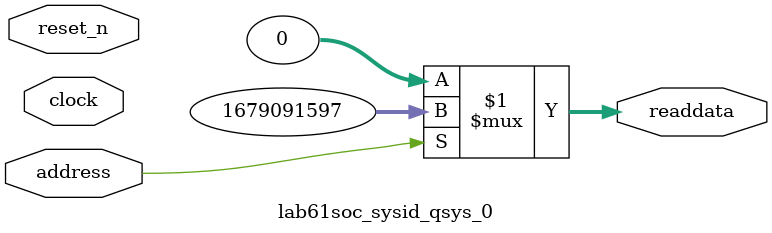
<source format=v>



// synthesis translate_off
`timescale 1ns / 1ps
// synthesis translate_on

// turn off superfluous verilog processor warnings 
// altera message_level Level1 
// altera message_off 10034 10035 10036 10037 10230 10240 10030 

module lab61soc_sysid_qsys_0 (
               // inputs:
                address,
                clock,
                reset_n,

               // outputs:
                readdata
             )
;

  output  [ 31: 0] readdata;
  input            address;
  input            clock;
  input            reset_n;

  wire    [ 31: 0] readdata;
  //control_slave, which is an e_avalon_slave
  assign readdata = address ? 1679091597 : 0;

endmodule



</source>
